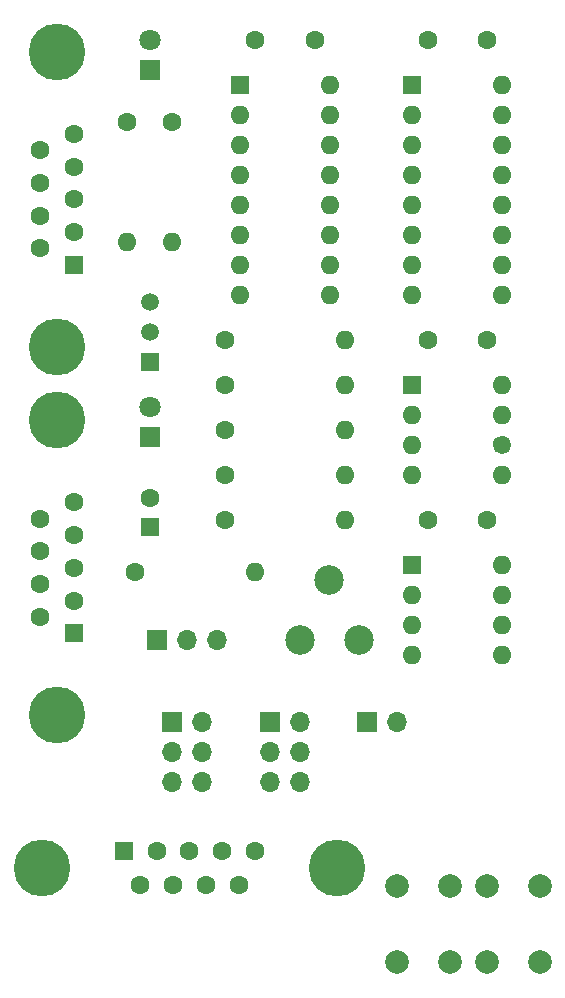
<source format=gts>
%TF.GenerationSoftware,KiCad,Pcbnew,5.1.12-84ad8e8a86~92~ubuntu20.04.1*%
%TF.CreationDate,2021-11-27T12:58:46+01:00*%
%TF.ProjectId,C64 Joystick Switcher,43363420-4a6f-4797-9374-69636b205377,rev?*%
%TF.SameCoordinates,PX5d80860PY70086b8*%
%TF.FileFunction,Soldermask,Top*%
%TF.FilePolarity,Negative*%
%FSLAX46Y46*%
G04 Gerber Fmt 4.6, Leading zero omitted, Abs format (unit mm)*
G04 Created by KiCad (PCBNEW 5.1.12-84ad8e8a86~92~ubuntu20.04.1) date 2021-11-27 12:58:46*
%MOMM*%
%LPD*%
G01*
G04 APERTURE LIST*
%ADD10R,1.600000X1.600000*%
%ADD11C,1.600000*%
%ADD12C,4.800000*%
%ADD13O,1.600000X1.600000*%
%ADD14R,1.800000X1.800000*%
%ADD15C,1.800000*%
%ADD16R,1.700000X1.700000*%
%ADD17O,1.700000X1.700000*%
%ADD18C,2.000000*%
%ADD19C,1.520000*%
%ADD20R,1.520000X1.520000*%
%ADD21C,2.500000*%
G04 APERTURE END LIST*
D10*
%TO.C,J2*%
X7956000Y60975000D03*
D11*
X7956000Y63745000D03*
X7956000Y66515000D03*
X7956000Y69285000D03*
X7956000Y72055000D03*
X5116000Y62360000D03*
X5116000Y65130000D03*
X5116000Y67900000D03*
X5116000Y70670000D03*
D12*
X6536000Y79015000D03*
X6536000Y54015000D03*
%TD*%
D10*
%TO.C,J1*%
X7956000Y29775000D03*
D11*
X7956000Y32545000D03*
X7956000Y35315000D03*
X7956000Y38085000D03*
X7956000Y40855000D03*
X5116000Y31160000D03*
X5116000Y33930000D03*
X5116000Y36700000D03*
X5116000Y39470000D03*
D12*
X6536000Y47815000D03*
X6536000Y22815000D03*
%TD*%
D11*
%TO.C,R2*%
X20701000Y39370000D03*
D13*
X30861000Y39370000D03*
%TD*%
D14*
%TO.C,D1*%
X14351000Y77470000D03*
D15*
X14351000Y80010000D03*
%TD*%
D14*
%TO.C,D2*%
X14351000Y46355000D03*
D15*
X14351000Y48895000D03*
%TD*%
D10*
%TO.C,J3*%
X12192000Y11335000D03*
D11*
X14962000Y11335000D03*
X17732000Y11335000D03*
X20502000Y11335000D03*
X23272000Y11335000D03*
X13577000Y8495000D03*
X16347000Y8495000D03*
X19117000Y8495000D03*
X21887000Y8495000D03*
D12*
X5232000Y9915000D03*
X30232000Y9915000D03*
%TD*%
D16*
%TO.C,JP1*%
X32766000Y22225000D03*
D17*
X35306000Y22225000D03*
%TD*%
D11*
%TO.C,R1*%
X20701000Y43180000D03*
D13*
X30861000Y43180000D03*
%TD*%
D11*
%TO.C,R3*%
X12446000Y73025000D03*
D13*
X12446000Y62865000D03*
%TD*%
D11*
%TO.C,R4*%
X16256000Y73025000D03*
D13*
X16256000Y62865000D03*
%TD*%
D18*
%TO.C,SW1*%
X39806000Y1905000D03*
X35306000Y1905000D03*
X39806000Y8405000D03*
X35306000Y8405000D03*
%TD*%
%TO.C,SW2*%
X47426000Y1905000D03*
X42926000Y1905000D03*
X47426000Y8405000D03*
X42926000Y8405000D03*
%TD*%
D10*
%TO.C,U1*%
X21971000Y76200000D03*
D13*
X29591000Y58420000D03*
X21971000Y73660000D03*
X29591000Y60960000D03*
X21971000Y71120000D03*
X29591000Y63500000D03*
X21971000Y68580000D03*
X29591000Y66040000D03*
X21971000Y66040000D03*
X29591000Y68580000D03*
X21971000Y63500000D03*
X29591000Y71120000D03*
X21971000Y60960000D03*
X29591000Y73660000D03*
X21971000Y58420000D03*
X29591000Y76200000D03*
%TD*%
D10*
%TO.C,U2*%
X36576000Y76200000D03*
D13*
X44196000Y58420000D03*
X36576000Y73660000D03*
X44196000Y60960000D03*
X36576000Y71120000D03*
X44196000Y63500000D03*
X36576000Y68580000D03*
X44196000Y66040000D03*
X36576000Y66040000D03*
X44196000Y68580000D03*
X36576000Y63500000D03*
X44196000Y71120000D03*
X36576000Y60960000D03*
X44196000Y73660000D03*
X36576000Y58420000D03*
X44196000Y76200000D03*
%TD*%
D10*
%TO.C,U3*%
X36576000Y50800000D03*
D13*
X44196000Y43180000D03*
X36576000Y48260000D03*
G36*
G01*
X43630315Y45154315D02*
X43630315Y45154315D01*
G75*
G02*
X43630315Y46285685I565685J565685D01*
G01*
X43630315Y46285685D01*
G75*
G02*
X44761685Y46285685I565685J-565685D01*
G01*
X44761685Y46285685D01*
G75*
G02*
X44761685Y45154315I-565685J-565685D01*
G01*
X44761685Y45154315D01*
G75*
G02*
X43630315Y45154315I-565685J565685D01*
G01*
G37*
X36576000Y45720000D03*
X44196000Y48260000D03*
X36576000Y43180000D03*
X44196000Y50800000D03*
%TD*%
D11*
%TO.C,C1*%
X28321000Y80010000D03*
X23321000Y80010000D03*
%TD*%
%TO.C,C2*%
X42926000Y80010000D03*
X37926000Y80010000D03*
%TD*%
%TO.C,C3*%
X42926000Y54610000D03*
X37926000Y54610000D03*
%TD*%
D19*
%TO.C,Q1*%
X14351000Y55245000D03*
X14351000Y57785000D03*
D20*
X14351000Y52705000D03*
%TD*%
D11*
%TO.C,R5*%
X20701000Y50800000D03*
D13*
X30861000Y50800000D03*
%TD*%
D11*
%TO.C,R6*%
X20701000Y54610000D03*
D13*
X30861000Y54610000D03*
%TD*%
D11*
%TO.C,R7*%
X20701000Y46990000D03*
D13*
X30861000Y46990000D03*
%TD*%
D16*
%TO.C,J4*%
X24511000Y22225000D03*
D17*
X27051000Y22225000D03*
X24511000Y19685000D03*
X27051000Y19685000D03*
X24511000Y17145000D03*
X27051000Y17145000D03*
%TD*%
D16*
%TO.C,J5*%
X16256000Y22225000D03*
D17*
X18796000Y22225000D03*
X16256000Y19685000D03*
X18796000Y19685000D03*
X16256000Y17145000D03*
X18796000Y17145000D03*
%TD*%
D11*
%TO.C,R9*%
X13081000Y34925000D03*
D13*
X23241000Y34925000D03*
%TD*%
D21*
%TO.C,RV1*%
X29551000Y34250000D03*
X32051000Y29210000D03*
X27051000Y29210000D03*
%TD*%
D10*
%TO.C,U4*%
X36576000Y35560000D03*
D13*
X44196000Y27940000D03*
X36576000Y33020000D03*
X44196000Y30480000D03*
X36576000Y30480000D03*
X44196000Y33020000D03*
X36576000Y27940000D03*
X44196000Y35560000D03*
%TD*%
D11*
%TO.C,C4*%
X42926000Y39370000D03*
X37926000Y39370000D03*
%TD*%
D10*
%TO.C,C5*%
X14351000Y38735000D03*
D11*
X14351000Y41235000D03*
%TD*%
D16*
%TO.C,JP2*%
X14986000Y29210000D03*
D17*
X17526000Y29210000D03*
X20066000Y29210000D03*
%TD*%
M02*

</source>
